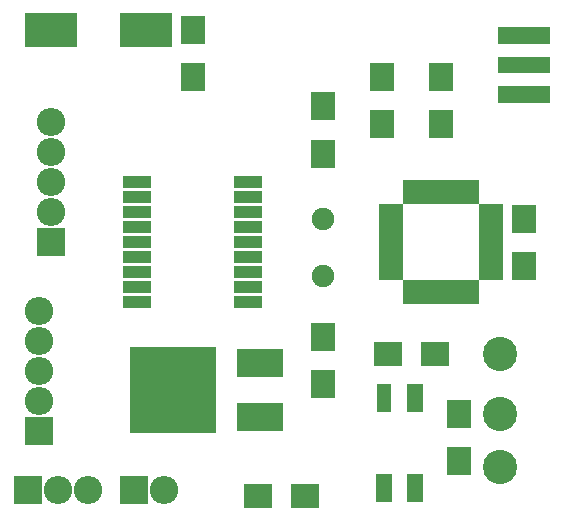
<source format=gbr>
G04 #@! TF.FileFunction,Soldermask,Top*
%FSLAX46Y46*%
G04 Gerber Fmt 4.6, Leading zero omitted, Abs format (unit mm)*
G04 Created by KiCad (PCBNEW 4.0.2-stable) date 2/24/2017 09:05:39*
%MOMM*%
G01*
G04 APERTURE LIST*
%ADD10C,0.100000*%
%ADD11R,4.400000X2.900000*%
%ADD12O,2.398980X2.398980*%
%ADD13R,2.398980X2.398980*%
%ADD14R,3.900000X2.400000*%
%ADD15R,7.400000X7.400000*%
%ADD16R,2.000000X2.400000*%
%ADD17R,2.000000X0.950000*%
%ADD18R,0.950000X2.000000*%
%ADD19C,2.899360*%
%ADD20R,2.100000X2.400000*%
%ADD21R,2.400000X2.100000*%
%ADD22C,1.900000*%
%ADD23R,1.299160X2.398980*%
%ADD24R,1.400760X2.398980*%
%ADD25R,2.400000X1.000000*%
G04 APERTURE END LIST*
D10*
D11*
X205000000Y-31000000D03*
X197000000Y-31000000D03*
D12*
X200080000Y-70000000D03*
D13*
X195000000Y-70000000D03*
D12*
X197540000Y-70000000D03*
D14*
X214700000Y-63790000D03*
X214700000Y-59210000D03*
D15*
X207300000Y-61490000D03*
D16*
X220000000Y-41500000D03*
X220000000Y-37500000D03*
X220000000Y-57000000D03*
X220000000Y-61000000D03*
X225000000Y-39000000D03*
X225000000Y-35000000D03*
X237000000Y-51000000D03*
X237000000Y-47000000D03*
X231500000Y-67500000D03*
X231500000Y-63500000D03*
X209000000Y-35000000D03*
X209000000Y-31000000D03*
D17*
X234250000Y-51800000D03*
X234250000Y-51000000D03*
X234250000Y-50200000D03*
X234250000Y-49400000D03*
X234250000Y-48600000D03*
X234250000Y-47800000D03*
X234250000Y-47000000D03*
X234250000Y-46200000D03*
D18*
X232800000Y-44750000D03*
X232000000Y-44750000D03*
X231200000Y-44750000D03*
X230400000Y-44750000D03*
X229600000Y-44750000D03*
X228800000Y-44750000D03*
X228000000Y-44750000D03*
X227200000Y-44750000D03*
D17*
X225750000Y-46200000D03*
X225750000Y-47000000D03*
X225750000Y-47800000D03*
X225750000Y-48600000D03*
X225750000Y-49400000D03*
X225750000Y-50200000D03*
X225750000Y-51000000D03*
X225750000Y-51800000D03*
D18*
X227200000Y-53250000D03*
X228000000Y-53250000D03*
X228800000Y-53250000D03*
X229600000Y-53250000D03*
X230400000Y-53250000D03*
X231200000Y-53250000D03*
X232000000Y-53250000D03*
X232800000Y-53250000D03*
D19*
X235000000Y-58500000D03*
D12*
X206540000Y-70000000D03*
D13*
X204000000Y-70000000D03*
D10*
G36*
X234800000Y-35800000D02*
X239200000Y-35800000D01*
X239200000Y-37200000D01*
X234800000Y-37200000D01*
X234800000Y-35800000D01*
X234800000Y-35800000D01*
G37*
G36*
X234800000Y-33300000D02*
X239200000Y-33300000D01*
X239200000Y-34700000D01*
X234800000Y-34700000D01*
X234800000Y-33300000D01*
X234800000Y-33300000D01*
G37*
G36*
X234800000Y-30800000D02*
X239200000Y-30800000D01*
X239200000Y-32200000D01*
X234800000Y-32200000D01*
X234800000Y-30800000D01*
X234800000Y-30800000D01*
G37*
D12*
X196000000Y-57380000D03*
D13*
X196000000Y-65000000D03*
D12*
X196000000Y-62460000D03*
X196000000Y-59920000D03*
X196000000Y-54840000D03*
D19*
X235000000Y-68000000D03*
X235000000Y-63500000D03*
D12*
X197000000Y-41380000D03*
D13*
X197000000Y-49000000D03*
D12*
X197000000Y-46460000D03*
X197000000Y-43920000D03*
X197000000Y-38840000D03*
D20*
X230000000Y-39000000D03*
X230000000Y-35000000D03*
D21*
X229500000Y-58500000D03*
X225500000Y-58500000D03*
X214500000Y-70500000D03*
X218500000Y-70500000D03*
D22*
X220000000Y-47000000D03*
X220000000Y-51880000D03*
D23*
X225151260Y-62200160D03*
D24*
X227800480Y-62200160D03*
X227800480Y-69799840D03*
X225199520Y-69799840D03*
D25*
X213700000Y-54080000D03*
X213700000Y-52810000D03*
X213700000Y-51540000D03*
X213700000Y-50270000D03*
X213700000Y-49000000D03*
X213700000Y-47730000D03*
X213700000Y-46460000D03*
X213700000Y-45190000D03*
X213700000Y-43920000D03*
X204300000Y-43920000D03*
X204300000Y-45190000D03*
X204300000Y-46460000D03*
X204300000Y-47730000D03*
X204300000Y-49000000D03*
X204300000Y-50270000D03*
X204300000Y-51540000D03*
X204300000Y-52810000D03*
X204300000Y-54080000D03*
M02*

</source>
